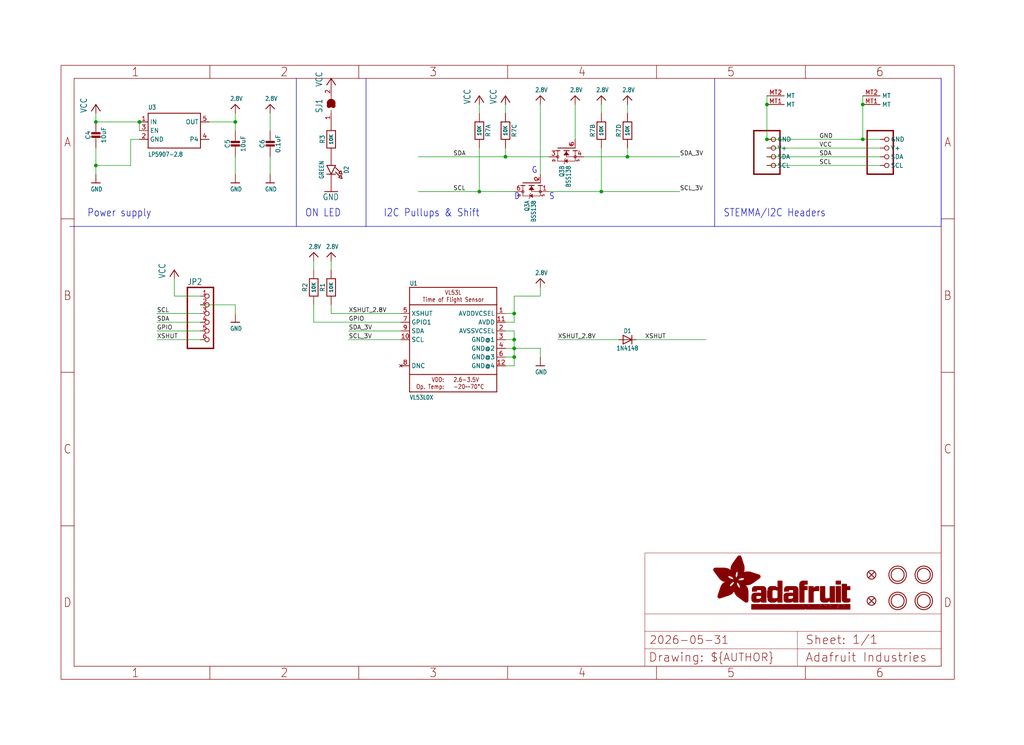
<source format=kicad_sch>
(kicad_sch (version 20230121) (generator eeschema)
  (paper "User" 298.45 217.322)
  (lib_symbols
    (symbol "working-eagle-import:2.8V" (power)
      (property "Value" "2.8V" (at -1.524 1.016 0))
      (symbol "2.8V_1_0"
        (pin power_in line (at 0 -2.54 90) (length 2.54) (name "2.8V") (number "1"))
      )
    )
    (symbol "working-eagle-import:CAP_CERAMIC0603_NO"
      (property "Reference" "C" (at -2.29 1.25 90))
      (symbol "CAP_CERAMIC0603_NO_1_0"
        (pin passive line (at 0 5.08 270) (length 2.54) (name "1") (number "1"))
        (pin passive line (at 0 -2.54 90) (length 2.54) (name "2") (number "2"))
      )
    )
    (symbol "working-eagle-import:CAP_CERAMIC0805-NOOUTLINE"
      (property "Reference" "C" (at -2.29 1.25 90))
      (symbol "CAP_CERAMIC0805-NOOUTLINE_1_0"
        (pin passive line (at 0 5.08 270) (length 2.54) (name "1") (number "1"))
        (pin passive line (at 0 -2.54 90) (length 2.54) (name "2") (number "2"))
      )
    )
    (symbol "working-eagle-import:DIODESOD-323"
      (property "Reference" "D" (at 0 2.54 0))
      (symbol "DIODESOD-323_1_0"
        (pin passive line (at -2.54 0 0) (length 2.54) (name "A") (number "A"))
        (pin passive line (at 2.54 0 180) (length 2.54) (name "C") (number "C"))
      )
    )
    (symbol "working-eagle-import:FIDUCIAL_1MM")
    (symbol "working-eagle-import:FRAME_A4_ADAFRUIT"
      (symbol "FRAME_A4_ADAFRUIT_1_0"
        (text "${#}/${##}" (at 230.505 10.16 0) (effects (font (size 2.54 2.54)) (justify left bottom)))
        (text "${AUTHOR}" (at 189.23 5.08 0) (effects (font (size 2.286 2.286)) (justify left bottom)))
        (text "${CURRENT_DATE}" (at 171.45 10.16 0) (effects (font (size 2.286 2.286)) (justify left bottom)))
        (text "${PROJECTNAME}" (at 171.45 15.24 0) (effects (font (size 2.54 2.54)) (justify left bottom)))
        (text "1" (at 21.6958 1.905 0) (effects (font (size 2.54 2.286))))
        (text "1" (at 21.6958 177.165 0) (effects (font (size 2.54 2.286))))
        (text "2" (at 65.0875 1.905 0) (effects (font (size 2.54 2.286))))
        (text "2" (at 65.0875 177.165 0) (effects (font (size 2.54 2.286))))
        (text "3" (at 108.4792 1.905 0) (effects (font (size 2.54 2.286))))
        (text "3" (at 108.4792 177.165 0) (effects (font (size 2.54 2.286))))
        (text "4" (at 151.8708 1.905 0) (effects (font (size 2.54 2.286))))
        (text "4" (at 151.8708 177.165 0) (effects (font (size 2.54 2.286))))
        (text "5" (at 195.2625 1.905 0) (effects (font (size 2.54 2.286))))
        (text "5" (at 195.2625 177.165 0) (effects (font (size 2.54 2.286))))
        (text "6" (at 238.6542 1.905 0) (effects (font (size 2.54 2.286))))
        (text "6" (at 238.6542 177.165 0) (effects (font (size 2.54 2.286))))
        (text "A" (at 1.905 156.6863 0) (effects (font (size 2.54 2.286))))
        (text "A" (at 258.445 156.6863 0) (effects (font (size 2.54 2.286))))
        (text "Adafruit Industries" (at 216.916 4.953 0) (effects (font (size 2.54 2.54)) (justify left bottom)))
        (text "B" (at 1.905 111.9188 0) (effects (font (size 2.54 2.286))))
        (text "B" (at 258.445 111.9188 0) (effects (font (size 2.54 2.286))))
        (text "C" (at 1.905 67.1513 0) (effects (font (size 2.54 2.286))))
        (text "C" (at 258.445 67.1513 0) (effects (font (size 2.54 2.286))))
        (text "D" (at 1.905 22.3838 0) (effects (font (size 2.54 2.286))))
        (text "D" (at 258.445 22.3838 0) (effects (font (size 2.54 2.286))))
        (text "Drawing:" (at 171.196 4.953 0) (effects (font (size 2.54 2.54)) (justify left bottom)))
        (text "Sheet:" (at 216.916 10.033 0) (effects (font (size 2.54 2.54)) (justify left bottom)))
      )
    )
    (symbol "working-eagle-import:GND" (power)
      (property "Value" "GND" (at -1.524 -2.54 0))
      (symbol "GND_1_0"
        (pin power_in line (at 0 2.54 270) (length 2.54) (name "GND") (number "1"))
      )
    )
    (symbol "working-eagle-import:HEADER-1X670MIL"
      (property "Reference" "JP" (at -6.35 10.795 0))
      (symbol "HEADER-1X670MIL_1_0"
        (pin passive inverted (at -2.54 7.62 0) (length 2.54) (name "1") (number "1"))
        (pin passive inverted (at -2.54 5.08 0) (length 2.54) (name "2") (number "2"))
        (pin passive inverted (at -2.54 2.54 0) (length 2.54) (name "3") (number "3"))
        (pin passive inverted (at -2.54 0 0) (length 2.54) (name "4") (number "4"))
        (pin passive inverted (at -2.54 -2.54 0) (length 2.54) (name "5") (number "5"))
        (pin passive inverted (at -2.54 -5.08 0) (length 2.54) (name "6") (number "6"))
      )
    )
    (symbol "working-eagle-import:LED0603_NOOUTLINE"
      (property "Reference" "D" (at -1.27 4.445 0))
      (symbol "LED0603_NOOUTLINE_1_0"
        (pin passive line (at -5.08 0 0) (length 2.54) (name "A") (number "A"))
        (pin passive line (at 2.54 0 180) (length 2.54) (name "C") (number "C"))
      )
    )
    (symbol "working-eagle-import:MOSFET-N_DUAL"
      (property "Reference" "Q" (at 5.08 0.635 0))
      (symbol "MOSFET-N_DUAL_1_0"
        (text "D" (at 3.175 3.175 0) (effects (font (size 0.8128 0.6908)) (justify left bottom)))
        (text "G" (at -1.27 -1.905 0) (effects (font (size 0.8128 0.6908)) (justify left bottom)))
        (text "S" (at 3.175 -3.81 0) (effects (font (size 0.8128 0.6908)) (justify left bottom)))
        (pin bidirectional line (at 2.54 -5.08 90) (length 2.54) (name "S") (number "1"))
        (pin bidirectional line (at -2.54 -2.54 0) (length 2.54) (name "G") (number "2"))
        (pin bidirectional line (at 2.54 5.08 270) (length 2.54) (name "D") (number "6"))
      )
      (symbol "MOSFET-N_DUAL_2_0"
        (text "D" (at 3.175 3.175 0) (effects (font (size 0.8128 0.6908)) (justify left bottom)))
        (text "G" (at -1.27 -1.905 0) (effects (font (size 0.8128 0.6908)) (justify left bottom)))
        (text "S" (at 3.175 -3.81 0) (effects (font (size 0.8128 0.6908)) (justify left bottom)))
        (pin bidirectional line (at 2.54 5.08 270) (length 2.54) (name "D") (number "3"))
        (pin bidirectional line (at 2.54 -5.08 90) (length 2.54) (name "S") (number "4"))
        (pin bidirectional line (at -2.54 -2.54 0) (length 2.54) (name "G") (number "5"))
      )
    )
    (symbol "working-eagle-import:MOUNTINGHOLE2.5")
    (symbol "working-eagle-import:RESISTOR_0603_NOOUT"
      (property "Reference" "R" (at 0 2.54 0))
      (symbol "RESISTOR_0603_NOOUT_1_0"
        (pin passive line (at -5.08 0 0) (length 2.54) (name "1") (number "1"))
        (pin passive line (at 5.08 0 180) (length 2.54) (name "2") (number "2"))
      )
    )
    (symbol "working-eagle-import:RESISTOR_4PACK"
      (property "Reference" "R" (at 0 2.54 0))
      (symbol "RESISTOR_4PACK_1_0"
        (pin passive line (at -5.08 0 0) (length 2.54) (name "1") (number "1"))
        (pin passive line (at 5.08 0 180) (length 2.54) (name "2") (number "8"))
      )
      (symbol "RESISTOR_4PACK_2_0"
        (pin passive line (at -5.08 0 0) (length 2.54) (name "1") (number "2"))
        (pin passive line (at 5.08 0 180) (length 2.54) (name "2") (number "7"))
      )
      (symbol "RESISTOR_4PACK_3_0"
        (pin passive line (at -5.08 0 0) (length 2.54) (name "1") (number "3"))
        (pin passive line (at 5.08 0 180) (length 2.54) (name "2") (number "6"))
      )
      (symbol "RESISTOR_4PACK_4_0"
        (pin passive line (at -5.08 0 0) (length 2.54) (name "1") (number "4"))
        (pin passive line (at 5.08 0 180) (length 2.54) (name "2") (number "5"))
      )
    )
    (symbol "working-eagle-import:SOLDERJUMPER_CLOSED"
      (property "Reference" "SJ" (at -2.54 2.54 0))
      (symbol "SOLDERJUMPER_CLOSED_1_0"
        (pin passive line (at -5.08 0 0) (length 2.54) (name "1") (number "1"))
        (pin passive line (at 5.08 0 180) (length 2.54) (name "2") (number "2"))
      )
    )
    (symbol "working-eagle-import:STEMMA_I2C_QT"
      (symbol "STEMMA_I2C_QT_1_0"
        (pin passive inverted (at 0 5.08 0) (length 2.54) (name "GND") (number "1"))
        (pin passive inverted (at 0 2.54 0) (length 2.54) (name "V+") (number "2"))
        (pin passive inverted (at 0 0 0) (length 2.54) (name "SDA") (number "3"))
        (pin passive inverted (at 0 -2.54 0) (length 2.54) (name "SCL") (number "4"))
      )
      (symbol "STEMMA_I2C_QT_2_0"
        (pin bidirectional line (at 0 0 0) (length 5.08) (name "MT") (number "MT1"))
      )
      (symbol "STEMMA_I2C_QT_3_0"
        (pin bidirectional line (at 0 0 0) (length 5.08) (name "MT") (number "MT2"))
      )
    )
    (symbol "working-eagle-import:VCC" (power)
      (property "Value" "VCC" (at -2.54 -2.54 90))
      (symbol "VCC_1_0"
        (pin power_in line (at 0 -2.54 90) (length 2.54) (name "VCC") (number "1"))
      )
    )
    (symbol "working-eagle-import:VL53L0X"
      (property "Reference" "U" (at -12.7 15.7226 0))
      (symbol "VL53L0X_1_0"
        (text "2.6-3.5V\n-20~~70°C" (at 0 -12.7 0) (effects (font (size 1.27 1.0795)) (justify left)))
        (text "VDD:\nOp. Temp:" (at -2.54 -12.7 0) (effects (font (size 1.27 1.0795)) (justify right)))
        (text "VL53L\nTime of Flight Sensor" (at 0 12.7 0) (effects (font (size 1.27 1.0795))))
        (pin power_in line (at 15.24 7.62 180) (length 2.54) (name "AVDDVCSEL") (number "1"))
        (pin open_collector line (at -15.24 0 0) (length 2.54) (name "SCL") (number "10"))
        (pin power_in line (at 15.24 5.08 180) (length 2.54) (name "AVDD") (number "11"))
        (pin power_in line (at 15.24 -7.62 180) (length 2.54) (name "GND@4") (number "12"))
        (pin power_in line (at 15.24 2.54 180) (length 2.54) (name "AVSSVCSEL") (number "2"))
        (pin power_in line (at 15.24 0 180) (length 2.54) (name "GND@1") (number "3"))
        (pin power_in line (at 15.24 -2.54 180) (length 2.54) (name "GND@2") (number "4"))
        (pin input line (at -15.24 7.62 0) (length 2.54) (name "XSHUT") (number "5"))
        (pin power_in line (at 15.24 -5.08 180) (length 2.54) (name "GND@3") (number "6"))
        (pin output line (at -15.24 5.08 0) (length 2.54) (name "GPIO1") (number "7"))
        (pin no_connect line (at -15.24 -7.62 0) (length 2.54) (name "DNC") (number "8"))
        (pin open_collector line (at -15.24 2.54 0) (length 2.54) (name "SDA") (number "9"))
      )
    )
    (symbol "working-eagle-import:VREG_SOT23-5"
      (property "Reference" "U" (at -7.62 6.096 0))
      (symbol "VREG_SOT23-5_1_0"
        (pin power_in line (at -10.16 2.54 0) (length 2.54) (name "IN") (number "1"))
        (pin power_in line (at -10.16 -2.54 0) (length 2.54) (name "GND") (number "2"))
        (pin input line (at -10.16 0 0) (length 2.54) (name "EN") (number "3"))
        (pin bidirectional line (at 10.16 -2.54 180) (length 2.54) (name "P4") (number "4"))
        (pin power_in line (at 10.16 2.54 180) (length 2.54) (name "OUT") (number "5"))
      )
    )
    (symbol "working-eagle-import:supply1_GND" (power)
      (property "Value" "supply1_GND" (at -2.54 -2.54 0))
      (symbol "supply1_GND_1_0"
        (pin power_in line (at 0 2.54 270) (length 2.54) (name "GND") (number "1"))
      )
    )
  )
  (junction (at 27.94 35.56))
  (junction (at 251.46 30.48))
  (junction (at 147.32 45.72))
  (junction (at 251.46 40.64))
  (junction (at 223.52 30.48))
  (junction (at 149.86 101.6))
  (junction (at 149.86 99.06))
  (junction (at 175.26 55.88))
  (junction (at 149.86 91.44))
  (junction (at 223.52 40.64))
  (junction (at 139.7 55.88))
  (junction (at 68.58 35.56))
  (junction (at 149.86 104.14))
  (junction (at 27.94 48.26))
  (junction (at 182.88 45.72))
  (junction (at 40.64 35.56))
  (wire (pts (xy 40.64 35.56) (xy 27.94 35.56)) (stroke (width 0.1524)))
  (wire (pts (xy 167.64 40.64) (xy 167.64 30.48)) (stroke (width 0.1524)))
  (wire (pts (xy 170.18 45.72) (xy 182.88 45.72)) (stroke (width 0.1524)))
  (wire (pts (xy 149.86 55.88) (xy 139.7 55.88)) (stroke (width 0.1524)))
  (wire (pts (xy 116.84 91.44) (xy 96.52 91.44)) (stroke (width 0.1524)))
  (wire (pts (xy 96.52 91.44) (xy 96.52 88.9)) (stroke (width 0.1524)))
  (wire (pts (xy 78.74 33.02) (xy 78.74 38.1)) (stroke (width 0.1524)))
  (wire (pts (xy 149.86 101.6) (xy 157.48 101.6)) (stroke (width 0.1524)))
  (polyline (pts (xy 106.68 22.86) (xy 106.68 66.04)) (stroke (width 0.1524) (type solid)))
  (wire (pts (xy 139.7 30.48) (xy 139.7 33.02)) (stroke (width 0.1524)))
  (wire (pts (xy 149.86 91.44) (xy 149.86 86.36)) (stroke (width 0.1524)))
  (wire (pts (xy 27.94 48.26) (xy 27.94 43.18)) (stroke (width 0.1524)))
  (wire (pts (xy 40.64 40.64) (xy 38.1 40.64)) (stroke (width 0.1524)))
  (wire (pts (xy 139.7 43.18) (xy 139.7 55.88)) (stroke (width 0.1524)))
  (polyline (pts (xy 208.28 22.86) (xy 208.28 66.04)) (stroke (width 0.1524) (type solid)))
  (polyline (pts (xy 86.36 22.86) (xy 86.36 66.04)) (stroke (width 0.1524) (type solid)))
  (wire (pts (xy 38.1 40.64) (xy 38.1 48.26)) (stroke (width 0.1524)))
  (wire (pts (xy 58.42 96.52) (xy 45.72 96.52)) (stroke (width 0.1524)))
  (wire (pts (xy 160.02 55.88) (xy 175.26 55.88)) (stroke (width 0.1524)))
  (wire (pts (xy 96.52 78.74) (xy 96.52 76.2)) (stroke (width 0.1524)))
  (wire (pts (xy 175.26 55.88) (xy 198.12 55.88)) (stroke (width 0.1524)))
  (wire (pts (xy 149.86 86.36) (xy 157.48 86.36)) (stroke (width 0.1524)))
  (wire (pts (xy 223.52 48.26) (xy 256.54 48.26)) (stroke (width 0.1524)))
  (wire (pts (xy 58.42 99.06) (xy 45.72 99.06)) (stroke (width 0.1524)))
  (wire (pts (xy 58.42 91.44) (xy 45.72 91.44)) (stroke (width 0.1524)))
  (wire (pts (xy 40.64 38.1) (xy 40.64 35.56)) (stroke (width 0.1524)))
  (wire (pts (xy 147.32 43.18) (xy 147.32 45.72)) (stroke (width 0.1524)))
  (wire (pts (xy 251.46 30.48) (xy 251.46 40.64)) (stroke (width 0.1524)))
  (wire (pts (xy 256.54 45.72) (xy 223.52 45.72)) (stroke (width 0.1524)))
  (wire (pts (xy 149.86 106.68) (xy 149.86 104.14)) (stroke (width 0.1524)))
  (wire (pts (xy 50.8 86.36) (xy 50.8 81.28)) (stroke (width 0.1524)))
  (wire (pts (xy 149.86 104.14) (xy 149.86 101.6)) (stroke (width 0.1524)))
  (wire (pts (xy 149.86 96.52) (xy 149.86 99.06)) (stroke (width 0.1524)))
  (wire (pts (xy 116.84 99.06) (xy 101.6 99.06)) (stroke (width 0.1524)))
  (wire (pts (xy 147.32 45.72) (xy 121.92 45.72)) (stroke (width 0.1524)))
  (wire (pts (xy 38.1 48.26) (xy 27.94 48.26)) (stroke (width 0.1524)))
  (polyline (pts (xy 106.68 66.04) (xy 208.28 66.04)) (stroke (width 0.1524) (type solid)))
  (wire (pts (xy 116.84 93.98) (xy 91.44 93.98)) (stroke (width 0.1524)))
  (wire (pts (xy 68.58 35.56) (xy 68.58 33.02)) (stroke (width 0.1524)))
  (wire (pts (xy 157.48 50.8) (xy 157.48 30.48)) (stroke (width 0.1524)))
  (wire (pts (xy 223.52 43.18) (xy 256.54 43.18)) (stroke (width 0.1524)))
  (polyline (pts (xy 208.28 66.04) (xy 274.32 66.04)) (stroke (width 0.1524) (type solid)))
  (wire (pts (xy 91.44 93.98) (xy 91.44 88.9)) (stroke (width 0.1524)))
  (wire (pts (xy 175.26 33.02) (xy 175.26 30.48)) (stroke (width 0.1524)))
  (wire (pts (xy 182.88 43.18) (xy 182.88 45.72)) (stroke (width 0.1524)))
  (wire (pts (xy 139.7 55.88) (xy 121.92 55.88)) (stroke (width 0.1524)))
  (wire (pts (xy 160.02 45.72) (xy 147.32 45.72)) (stroke (width 0.1524)))
  (wire (pts (xy 147.32 33.02) (xy 147.32 30.48)) (stroke (width 0.1524)))
  (wire (pts (xy 116.84 96.52) (xy 101.6 96.52)) (stroke (width 0.1524)))
  (wire (pts (xy 223.52 27.94) (xy 223.52 30.48)) (stroke (width 0.1524)))
  (polyline (pts (xy 86.36 66.04) (xy 106.68 66.04)) (stroke (width 0.1524) (type solid)))
  (wire (pts (xy 182.88 33.02) (xy 182.88 30.48)) (stroke (width 0.1524)))
  (wire (pts (xy 182.88 45.72) (xy 198.12 45.72)) (stroke (width 0.1524)))
  (wire (pts (xy 157.48 86.36) (xy 157.48 83.82)) (stroke (width 0.1524)))
  (wire (pts (xy 149.86 93.98) (xy 149.86 91.44)) (stroke (width 0.1524)))
  (wire (pts (xy 251.46 40.64) (xy 223.52 40.64)) (stroke (width 0.1524)))
  (wire (pts (xy 157.48 101.6) (xy 157.48 104.14)) (stroke (width 0.1524)))
  (wire (pts (xy 149.86 99.06) (xy 149.86 101.6)) (stroke (width 0.1524)))
  (wire (pts (xy 251.46 27.94) (xy 251.46 30.48)) (stroke (width 0.1524)))
  (wire (pts (xy 175.26 43.18) (xy 175.26 55.88)) (stroke (width 0.1524)))
  (wire (pts (xy 58.42 86.36) (xy 50.8 86.36)) (stroke (width 0.1524)))
  (wire (pts (xy 91.44 78.74) (xy 91.44 76.2)) (stroke (width 0.1524)))
  (wire (pts (xy 180.34 99.06) (xy 162.56 99.06)) (stroke (width 0.1524)))
  (wire (pts (xy 147.32 93.98) (xy 149.86 93.98)) (stroke (width 0.1524)))
  (wire (pts (xy 223.52 30.48) (xy 223.52 40.64)) (stroke (width 0.1524)))
  (wire (pts (xy 68.58 45.72) (xy 68.58 50.8)) (stroke (width 0.1524)))
  (wire (pts (xy 147.32 104.14) (xy 149.86 104.14)) (stroke (width 0.1524)))
  (wire (pts (xy 58.42 88.9) (xy 68.58 88.9)) (stroke (width 0.1524)))
  (wire (pts (xy 27.94 33.02) (xy 27.94 35.56)) (stroke (width 0.1524)))
  (wire (pts (xy 27.94 48.26) (xy 27.94 50.8)) (stroke (width 0.1524)))
  (wire (pts (xy 58.42 93.98) (xy 45.72 93.98)) (stroke (width 0.1524)))
  (wire (pts (xy 78.74 45.72) (xy 78.74 50.8)) (stroke (width 0.1524)))
  (wire (pts (xy 147.32 106.68) (xy 149.86 106.68)) (stroke (width 0.1524)))
  (wire (pts (xy 256.54 40.64) (xy 251.46 40.64)) (stroke (width 0.1524)))
  (wire (pts (xy 60.96 35.56) (xy 68.58 35.56)) (stroke (width 0.1524)))
  (polyline (pts (xy 274.32 22.86) (xy 274.32 66.04)) (stroke (width 0.1524) (type solid)))
  (wire (pts (xy 147.32 91.44) (xy 149.86 91.44)) (stroke (width 0.1524)))
  (wire (pts (xy 147.32 96.52) (xy 149.86 96.52)) (stroke (width 0.1524)))
  (wire (pts (xy 68.58 88.9) (xy 68.58 91.44)) (stroke (width 0.1524)))
  (wire (pts (xy 147.32 101.6) (xy 149.86 101.6)) (stroke (width 0.1524)))
  (wire (pts (xy 205.74 99.06) (xy 185.42 99.06)) (stroke (width 0.1524)))
  (wire (pts (xy 68.58 35.56) (xy 68.58 38.1)) (stroke (width 0.1524)))
  (polyline (pts (xy 20.32 66.04) (xy 86.36 66.04)) (stroke (width 0.1524) (type solid)))
  (wire (pts (xy 147.32 99.06) (xy 149.86 99.06)) (stroke (width 0.1524)))
  (text "G" (at 154.94 50.8 0) (effects (font (size 1.778 1.5113)) (justify left bottom)))
  (text "Power supply" (at 25.4 63.5 0) (effects (font (size 2.1844 1.8567)) (justify left bottom)))
  (text "STEMMA/I2C Headers" (at 210.82 63.5 0) (effects (font (size 2.1844 1.8567)) (justify left bottom)))
  (text "D" (at 149.86 58.42 0) (effects (font (size 1.778 1.5113)) (justify left bottom)))
  (text "S" (at 160.02 58.42 0) (effects (font (size 1.778 1.5113)) (justify left bottom)))
  (text "I2C Pullups & Shift" (at 111.76 63.5 0) (effects (font (size 2.1844 1.8567)) (justify left bottom)))
  (text "ON LED" (at 88.9 63.5 0) (effects (font (size 2.1844 1.8567)) (justify left bottom)))
  (label "SDA_3V" (at 198.12 45.72 0) (effects (font (size 1.2446 1.2446))))
  (label "XSHUT_2.8V" (at 101.6 91.44 0) (effects (font (size 1.2446 1.2446))))
  (label "SCL" (at 45.72 91.44 0) (effects (font (size 1.2446 1.2446))))
  (label "SCL_3V" (at 198.12 55.88 0) (effects (font (size 1.2446 1.2446))))
  (label "SDA" (at 132.08 45.72 0) (effects (font (size 1.2446 1.2446))))
  (label "SCL_3V" (at 101.6 99.06 0) (effects (font (size 1.2446 1.2446))))
  (label "XSHUT" (at 45.72 99.06 0) (effects (font (size 1.2446 1.2446))))
  (label "SDA" (at 238.76 45.72 0) (effects (font (size 1.2446 1.2446))))
  (label "SDA_3V" (at 101.6 96.52 0) (effects (font (size 1.2446 1.2446))))
  (label "SDA" (at 45.72 93.98 0) (effects (font (size 1.2446 1.2446))))
  (label "GND" (at 238.76 40.64 0) (effects (font (size 1.2446 1.2446))))
  (label "XSHUT" (at 187.96 99.06 0) (effects (font (size 1.2446 1.2446))))
  (label "XSHUT_2.8V" (at 162.56 99.06 0) (effects (font (size 1.2446 1.2446))))
  (label "GPIO" (at 101.6 93.98 0) (effects (font (size 1.2446 1.2446))))
  (label "SCL" (at 132.08 55.88 0) (effects (font (size 1.2446 1.2446))))
  (label "GPIO" (at 45.72 96.52 0) (effects (font (size 1.2446 1.2446))))
  (label "VCC" (at 238.76 43.18 0) (effects (font (size 1.2446 1.2446))))
  (label "SCL" (at 238.76 48.26 0) (effects (font (size 1.2446 1.2446))))
  (symbol (lib_id "working-eagle-import:2.8V") (at 96.52 73.66 0) (unit 1)
    (property "Reference" "#U$10" (effects hide))
    (property "Value" "2.8V" (at 94.996 72.644 0) (effects (font (size 1.27 1.0795)) (justify left bottom)))
  )
  (symbol (lib_id "working-eagle-import:RESISTOR_4PACK") (at 182.88 38.1 90) (mirror x) (unit 4)
    (property "Reference" "R7" (at 180.34 38.1 0))
    (property "Value" "10K" (at 182.88 38.1 0) (effects (font (size 1.016 1.016) bold)))
    (property "Footprint" "working:RESPACK_4X0603" (effects hide))
  )
  (symbol (lib_id "working-eagle-import:supply1_GND") (at 96.52 55.88 0) (unit 1)
    (property "Reference" "#GND6" (effects hide))
    (property "Value" "GND" (at 93.98 58.42 0) (effects (font (size 1.778 1.5113)) (justify left bottom)))
  )
  (symbol (lib_id "working-eagle-import:MOUNTINGHOLE2.5") (at 269.24 167.64 0) (unit 1)
    (property "Reference" "U$33" (effects hide))
    (property "Value" "MOUNTINGHOLE2.5" (effects hide))
    (property "Footprint" "working:MOUNTINGHOLE_2.5_PLATED" (effects hide))
  )
  (symbol (lib_id "working-eagle-import:CAP_CERAMIC0805-NOOUTLINE") (at 27.94 40.64 0) (unit 1)
    (property "Reference" "C4" (at 25.65 39.39 90))
    (property "Value" "10uF" (at 30.24 39.39 90))
    (property "Footprint" "working:0805-NO" (effects hide))
  )
  (symbol (lib_id "working-eagle-import:2.8V") (at 182.88 27.94 0) (unit 1)
    (property "Reference" "#U$27" (effects hide))
    (property "Value" "2.8V" (at 181.356 26.924 0) (effects (font (size 1.27 1.0795)) (justify left bottom)))
  )
  (symbol (lib_id "working-eagle-import:VCC") (at 96.52 22.86 0) (unit 1)
    (property "Reference" "#P+5" (effects hide))
    (property "Value" "VCC" (at 93.98 25.4 90) (effects (font (size 1.778 1.5113)) (justify left bottom)))
  )
  (symbol (lib_id "working-eagle-import:VL53L0X") (at 132.08 99.06 0) (unit 1)
    (property "Reference" "U1" (at 119.38 83.3374 0) (effects (font (size 1.27 1.0795)) (justify left bottom)))
    (property "Value" "VL53L0X" (at 119.38 116.6114 0) (effects (font (size 1.27 1.0795)) (justify left bottom)))
    (property "Footprint" "working:LGA12_ST" (effects hide))
  )
  (symbol (lib_id "working-eagle-import:RESISTOR_4PACK") (at 147.32 38.1 270) (unit 3)
    (property "Reference" "R7" (at 149.86 38.1 0))
    (property "Value" "10K" (at 147.32 38.1 0) (effects (font (size 1.016 1.016) bold)))
    (property "Footprint" "working:RESPACK_4X0603" (effects hide))
  )
  (symbol (lib_id "working-eagle-import:2.8V") (at 68.58 30.48 0) (unit 1)
    (property "Reference" "#U$23" (effects hide))
    (property "Value" "2.8V" (at 67.056 29.464 0) (effects (font (size 1.27 1.0795)) (justify left bottom)))
  )
  (symbol (lib_id "working-eagle-import:VREG_SOT23-5") (at 50.8 38.1 0) (unit 1)
    (property "Reference" "U3" (at 43.18 32.004 0) (effects (font (size 1.27 1.0795)) (justify left bottom)))
    (property "Value" "LP5907-2.8" (at 43.18 45.72 0) (effects (font (size 1.27 1.0795)) (justify left bottom)))
    (property "Footprint" "working:SOT23-5" (effects hide))
  )
  (symbol (lib_id "working-eagle-import:MOUNTINGHOLE2.5") (at 261.62 167.64 0) (unit 1)
    (property "Reference" "U$31" (effects hide))
    (property "Value" "MOUNTINGHOLE2.5" (effects hide))
    (property "Footprint" "working:MOUNTINGHOLE_2.5_PLATED" (effects hide))
  )
  (symbol (lib_id "working-eagle-import:2.8V") (at 175.26 27.94 0) (unit 1)
    (property "Reference" "#U$26" (effects hide))
    (property "Value" "2.8V" (at 173.736 26.924 0) (effects (font (size 1.27 1.0795)) (justify left bottom)))
  )
  (symbol (lib_id "working-eagle-import:DIODESOD-323") (at 182.88 99.06 0) (unit 1)
    (property "Reference" "D1" (at 182.88 96.52 0) (effects (font (size 1.27 1.0795))))
    (property "Value" "1N4148" (at 182.88 101.56 0) (effects (font (size 1.27 1.0795))))
    (property "Footprint" "working:SOD-323" (effects hide))
  )
  (symbol (lib_id "working-eagle-import:RESISTOR_4PACK") (at 175.26 38.1 90) (mirror x) (unit 2)
    (property "Reference" "R7" (at 172.72 38.1 0))
    (property "Value" "10K" (at 175.26 38.1 0) (effects (font (size 1.016 1.016) bold)))
    (property "Footprint" "working:RESPACK_4X0603" (effects hide))
  )
  (symbol (lib_id "working-eagle-import:VCC") (at 50.8 78.74 0) (unit 1)
    (property "Reference" "#P+4" (effects hide))
    (property "Value" "VCC" (at 48.26 81.28 90) (effects (font (size 1.778 1.5113)) (justify left bottom)))
  )
  (symbol (lib_id "working-eagle-import:RESISTOR_0603_NOOUT") (at 91.44 83.82 90) (unit 1)
    (property "Reference" "R2" (at 88.9 83.82 0))
    (property "Value" "10K" (at 91.44 83.82 0) (effects (font (size 1.016 1.016) bold)))
    (property "Footprint" "working:0603-NO" (effects hide))
  )
  (symbol (lib_id "working-eagle-import:STEMMA_I2C_QT") (at 223.52 30.48 0) (unit 2)
    (property "Reference" "CONN3" (effects hide))
    (property "Value" "STEMMA_I2C_QT" (effects hide))
    (property "Footprint" "working:JST_SH4" (effects hide))
  )
  (symbol (lib_id "working-eagle-import:GND") (at 68.58 53.34 0) (unit 1)
    (property "Reference" "#U$20" (effects hide))
    (property "Value" "GND" (at 67.056 55.88 0) (effects (font (size 1.27 1.0795)) (justify left bottom)))
  )
  (symbol (lib_id "working-eagle-import:RESISTOR_4PACK") (at 139.7 38.1 270) (unit 1)
    (property "Reference" "R7" (at 142.24 38.1 0))
    (property "Value" "10K" (at 139.7 38.1 0) (effects (font (size 1.016 1.016) bold)))
    (property "Footprint" "working:RESPACK_4X0603" (effects hide))
  )
  (symbol (lib_id "working-eagle-import:2.8V") (at 157.48 81.28 0) (unit 1)
    (property "Reference" "#U$16" (effects hide))
    (property "Value" "2.8V" (at 155.956 80.264 0) (effects (font (size 1.27 1.0795)) (justify left bottom)))
  )
  (symbol (lib_id "working-eagle-import:MOSFET-N_DUAL") (at 154.94 53.34 90) (mirror x) (unit 1)
    (property "Reference" "Q3" (at 154.305 58.42 0) (effects (font (size 1.27 1.0795)) (justify left bottom)))
    (property "Value" "BSS138" (at 156.21 58.42 0) (effects (font (size 1.27 1.0795)) (justify left bottom)))
    (property "Footprint" "working:SOT363" (effects hide))
  )
  (symbol (lib_id "working-eagle-import:GND") (at 27.94 53.34 0) (unit 1)
    (property "Reference" "#U$19" (effects hide))
    (property "Value" "GND" (at 26.416 55.88 0) (effects (font (size 1.27 1.0795)) (justify left bottom)))
  )
  (symbol (lib_id "working-eagle-import:VCC") (at 147.32 27.94 0) (unit 1)
    (property "Reference" "#P+2" (effects hide))
    (property "Value" "VCC" (at 144.78 30.48 90) (effects (font (size 1.778 1.5113)) (justify left bottom)))
  )
  (symbol (lib_id "working-eagle-import:CAP_CERAMIC0603_NO") (at 78.74 43.18 0) (unit 1)
    (property "Reference" "C6" (at 76.45 41.93 90))
    (property "Value" "0.1uF" (at 81.04 41.93 90))
    (property "Footprint" "working:0603-NO" (effects hide))
  )
  (symbol (lib_id "working-eagle-import:GND") (at 157.48 106.68 0) (unit 1)
    (property "Reference" "#U$4" (effects hide))
    (property "Value" "GND" (at 155.956 109.22 0) (effects (font (size 1.27 1.0795)) (justify left bottom)))
  )
  (symbol (lib_id "working-eagle-import:STEMMA_I2C_QT") (at 223.52 45.72 0) (unit 1)
    (property "Reference" "CONN3" (effects hide))
    (property "Value" "STEMMA_I2C_QT" (effects hide))
    (property "Footprint" "working:JST_SH4" (effects hide))
  )
  (symbol (lib_id "working-eagle-import:2.8V") (at 78.74 30.48 0) (unit 1)
    (property "Reference" "#U$40" (effects hide))
    (property "Value" "2.8V" (at 77.216 29.464 0) (effects (font (size 1.27 1.0795)) (justify left bottom)))
  )
  (symbol (lib_id "working-eagle-import:GND") (at 68.58 93.98 0) (unit 1)
    (property "Reference" "#U$22" (effects hide))
    (property "Value" "GND" (at 67.056 96.52 0) (effects (font (size 1.27 1.0795)) (justify left bottom)))
  )
  (symbol (lib_id "working-eagle-import:STEMMA_I2C_QT") (at 256.54 45.72 0) (unit 1)
    (property "Reference" "CONN4" (effects hide))
    (property "Value" "STEMMA_I2C_QT" (effects hide))
    (property "Footprint" "working:JST_SH4" (effects hide))
  )
  (symbol (lib_id "working-eagle-import:STEMMA_I2C_QT") (at 251.46 27.94 0) (unit 3)
    (property "Reference" "CONN4" (effects hide))
    (property "Value" "STEMMA_I2C_QT" (effects hide))
    (property "Footprint" "working:JST_SH4" (effects hide))
  )
  (symbol (lib_id "working-eagle-import:MOUNTINGHOLE2.5") (at 261.62 175.26 0) (unit 1)
    (property "Reference" "U$30" (effects hide))
    (property "Value" "MOUNTINGHOLE2.5" (effects hide))
    (property "Footprint" "working:MOUNTINGHOLE_2.5_PLATED" (effects hide))
  )
  (symbol (lib_id "working-eagle-import:RESISTOR_0603_NOOUT") (at 96.52 40.64 90) (unit 1)
    (property "Reference" "R3" (at 93.98 40.64 0))
    (property "Value" "10K" (at 96.52 40.64 0) (effects (font (size 1.016 1.016) bold)))
    (property "Footprint" "working:0603-NO" (effects hide))
  )
  (symbol (lib_id "working-eagle-import:VCC") (at 27.94 30.48 0) (unit 1)
    (property "Reference" "#P+3" (effects hide))
    (property "Value" "VCC" (at 25.4 33.02 90) (effects (font (size 1.778 1.5113)) (justify left bottom)))
  )
  (symbol (lib_id "working-eagle-import:2.8V") (at 167.64 27.94 0) (unit 1)
    (property "Reference" "#U$25" (effects hide))
    (property "Value" "2.8V" (at 166.116 26.924 0) (effects (font (size 1.27 1.0795)) (justify left bottom)))
  )
  (symbol (lib_id "working-eagle-import:LED0603_NOOUTLINE") (at 96.52 50.8 270) (unit 1)
    (property "Reference" "D2" (at 100.965 49.53 0) (effects (font (size 1.27 1.0795))))
    (property "Value" "GREEN" (at 93.726 49.53 0) (effects (font (size 1.27 1.0795))))
    (property "Footprint" "working:CHIPLED_0603_NOOUTLINE" (effects hide))
  )
  (symbol (lib_id "working-eagle-import:FRAME_A4_ADAFRUIT") (at 17.78 198.12 0) (unit 1)
    (property "Reference" "#U$32" (effects hide))
    (property "Value" "FRAME_A4_ADAFRUIT" (effects hide))
  )
  (symbol (lib_id "working-eagle-import:2.8V") (at 91.44 73.66 0) (unit 1)
    (property "Reference" "#U$9" (effects hide))
    (property "Value" "2.8V" (at 89.916 72.644 0) (effects (font (size 1.27 1.0795)) (justify left bottom)))
  )
  (symbol (lib_id "working-eagle-import:2.8V") (at 157.48 27.94 0) (unit 1)
    (property "Reference" "#U$24" (effects hide))
    (property "Value" "2.8V" (at 155.956 26.924 0) (effects (font (size 1.27 1.0795)) (justify left bottom)))
  )
  (symbol (lib_id "working-eagle-import:STEMMA_I2C_QT") (at 251.46 30.48 0) (unit 2)
    (property "Reference" "CONN4" (effects hide))
    (property "Value" "STEMMA_I2C_QT" (effects hide))
    (property "Footprint" "working:JST_SH4" (effects hide))
  )
  (symbol (lib_id "working-eagle-import:MOUNTINGHOLE2.5") (at 269.24 175.26 0) (unit 1)
    (property "Reference" "U$34" (effects hide))
    (property "Value" "MOUNTINGHOLE2.5" (effects hide))
    (property "Footprint" "working:MOUNTINGHOLE_2.5_PLATED" (effects hide))
  )
  (symbol (lib_id "working-eagle-import:GND") (at 78.74 53.34 0) (unit 1)
    (property "Reference" "#U$21" (effects hide))
    (property "Value" "GND" (at 77.216 55.88 0) (effects (font (size 1.27 1.0795)) (justify left bottom)))
  )
  (symbol (lib_id "working-eagle-import:CAP_CERAMIC0805-NOOUTLINE") (at 68.58 43.18 0) (unit 1)
    (property "Reference" "C5" (at 66.29 41.93 90))
    (property "Value" "10uF" (at 70.88 41.93 90))
    (property "Footprint" "working:0805-NO" (effects hide))
  )
  (symbol (lib_id "working-eagle-import:SOLDERJUMPER_CLOSED") (at 96.52 30.48 90) (unit 1)
    (property "Reference" "SJ1" (at 93.98 33.02 0) (effects (font (size 1.778 1.5113)) (justify left bottom)))
    (property "Value" "SOLDERJUMPER_CLOSED" (effects hide))
    (property "Footprint" "working:SOLDERJUMPER_CLOSEDWIRE" (effects hide))
  )
  (symbol (lib_id "working-eagle-import:FIDUCIAL_1MM") (at 254 175.26 0) (unit 1)
    (property "Reference" "FID1" (effects hide))
    (property "Value" "FIDUCIAL_1MM" (effects hide))
    (property "Footprint" "working:FIDUCIAL_1MM" (effects hide))
  )
  (symbol (lib_id "working-eagle-import:VCC") (at 139.7 27.94 0) (unit 1)
    (property "Reference" "#P+1" (effects hide))
    (property "Value" "VCC" (at 137.16 30.48 90) (effects (font (size 1.778 1.5113)) (justify left bottom)))
  )
  (symbol (lib_id "working-eagle-import:HEADER-1X670MIL") (at 60.96 93.98 0) (unit 1)
    (property "Reference" "JP2" (at 54.61 83.185 0) (effects (font (size 1.778 1.5113)) (justify left bottom)))
    (property "Value" "HEADER-1X670MIL" (effects hide))
    (property "Footprint" "working:1X06_ROUND_70" (effects hide))
  )
  (symbol (lib_id "working-eagle-import:STEMMA_I2C_QT") (at 223.52 27.94 0) (unit 3)
    (property "Reference" "CONN3" (effects hide))
    (property "Value" "STEMMA_I2C_QT" (effects hide))
    (property "Footprint" "working:JST_SH4" (effects hide))
  )
  (symbol (lib_id "working-eagle-import:RESISTOR_0603_NOOUT") (at 96.52 83.82 90) (unit 1)
    (property "Reference" "R1" (at 93.98 83.82 0))
    (property "Value" "10K" (at 96.52 83.82 0) (effects (font (size 1.016 1.016) bold)))
    (property "Footprint" "working:0603-NO" (effects hide))
  )
  (symbol (lib_id "working-eagle-import:FIDUCIAL_1MM") (at 254 167.64 0) (unit 1)
    (property "Reference" "FID4" (effects hide))
    (property "Value" "FIDUCIAL_1MM" (effects hide))
    (property "Footprint" "working:FIDUCIAL_1MM" (effects hide))
  )
  (symbol (lib_id "working-eagle-import:MOSFET-N_DUAL") (at 165.1 43.18 90) (mirror x) (unit 2)
    (property "Reference" "Q3" (at 164.465 48.26 0) (effects (font (size 1.27 1.0795)) (justify left bottom)))
    (property "Value" "BSS138" (at 166.37 48.26 0) (effects (font (size 1.27 1.0795)) (justify left bottom)))
    (property "Footprint" "working:SOT363" (effects hide))
  )
)
</source>
